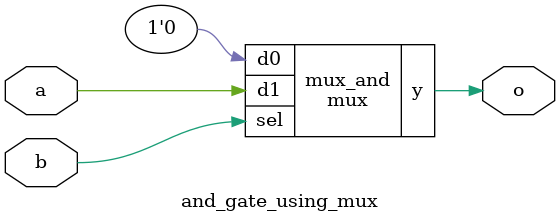
<source format=sv>

module mux
(
  input  d0, d1,
  input  sel,
  output y
);

  assign y = sel ? d1 : d0;

endmodule

//----------------------------------------------------------------------------
// Task
//----------------------------------------------------------------------------

module and_gate_using_mux
(
    input  a,
    input  b,
    output o
);

  // Task:
  // Implement and gate using instance(s) of mux,
  // constants 0 and 1, and wire connections

  wire mux_a_out;
  
  mux mux_and (
    .d0(1'b0),
    .d1(a),
    .sel(b),
    .y(o)
  );
  
endmodule

</source>
